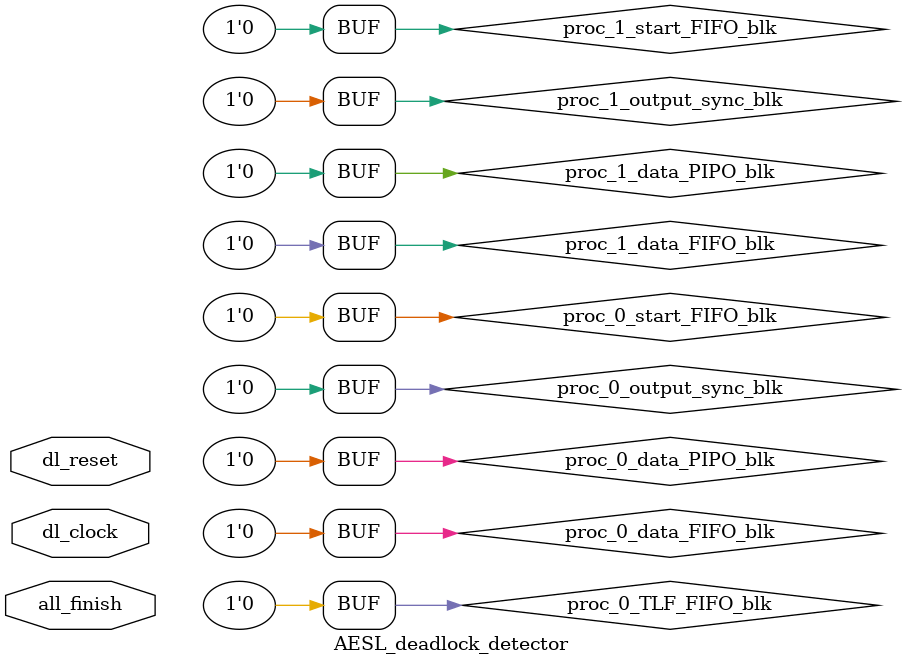
<source format=v>
`timescale 1 ns / 1 ps

module AESL_deadlock_detector (
    input dl_reset,
    input all_finish,
    input dl_clock);

    wire [0:0] proc_0_data_FIFO_blk;
    wire [0:0] proc_0_data_PIPO_blk;
    wire [0:0] proc_0_start_FIFO_blk;
    wire [0:0] proc_0_TLF_FIFO_blk;
    wire [0:0] proc_0_input_sync_blk;
    wire [0:0] proc_0_output_sync_blk;
    wire [0:0] proc_dep_vld_vec_0;
    reg [0:0] proc_dep_vld_vec_0_reg;
    wire [0:0] in_chan_dep_vld_vec_0;
    wire [1:0] in_chan_dep_data_vec_0;
    wire [0:0] token_in_vec_0;
    wire [0:0] out_chan_dep_vld_vec_0;
    wire [1:0] out_chan_dep_data_0;
    wire [0:0] token_out_vec_0;
    wire dl_detect_out_0;
    wire dep_chan_vld_1_0;
    wire [1:0] dep_chan_data_1_0;
    wire token_1_0;
    wire [0:0] proc_1_data_FIFO_blk;
    wire [0:0] proc_1_data_PIPO_blk;
    wire [0:0] proc_1_start_FIFO_blk;
    wire [0:0] proc_1_TLF_FIFO_blk;
    wire [0:0] proc_1_input_sync_blk;
    wire [0:0] proc_1_output_sync_blk;
    wire [0:0] proc_dep_vld_vec_1;
    reg [0:0] proc_dep_vld_vec_1_reg;
    wire [0:0] in_chan_dep_vld_vec_1;
    wire [1:0] in_chan_dep_data_vec_1;
    wire [0:0] token_in_vec_1;
    wire [0:0] out_chan_dep_vld_vec_1;
    wire [1:0] out_chan_dep_data_1;
    wire [0:0] token_out_vec_1;
    wire dl_detect_out_1;
    wire dep_chan_vld_0_1;
    wire [1:0] dep_chan_data_0_1;
    wire token_0_1;
    wire [1:0] dl_in_vec;
    wire dl_detect_out;
    wire token_clear;
    wire [1:0] origin;

    reg ap_done_reg_0;// for module AESL_inst_dft.Loop_VITIS_LOOP_21_2_proc_U0
    always @ (negedge dl_reset or posedge dl_clock) begin
        if (~dl_reset) begin
            ap_done_reg_0 <= 'b0;
        end
        else begin
            ap_done_reg_0 <= AESL_inst_dft.Loop_VITIS_LOOP_21_2_proc_U0.ap_done & ~AESL_inst_dft.Loop_VITIS_LOOP_21_2_proc_U0.ap_continue;
        end
    end

    // Process: AESL_inst_dft.Loop_VITIS_LOOP_16_1_proc_U0
    AESL_deadlock_detect_unit #(2, 0, 1, 1) AESL_deadlock_detect_unit_0 (
        .reset(dl_reset),
        .clock(dl_clock),
        .proc_dep_vld_vec(proc_dep_vld_vec_0),
        .in_chan_dep_vld_vec(in_chan_dep_vld_vec_0),
        .in_chan_dep_data_vec(in_chan_dep_data_vec_0),
        .token_in_vec(token_in_vec_0),
        .dl_detect_in(dl_detect_out),
        .origin(origin[0]),
        .token_clear(token_clear),
        .out_chan_dep_vld_vec(out_chan_dep_vld_vec_0),
        .out_chan_dep_data(out_chan_dep_data_0),
        .token_out_vec(token_out_vec_0),
        .dl_detect_out(dl_in_vec[0]));

    assign proc_0_data_FIFO_blk[0] = 1'b0;
    assign proc_0_data_PIPO_blk[0] = 1'b0;
    assign proc_0_start_FIFO_blk[0] = 1'b0;
    assign proc_0_TLF_FIFO_blk[0] = 1'b0;
    assign proc_0_input_sync_blk[0] = 1'b0 | (AESL_inst_dft.ap_sync_Loop_VITIS_LOOP_16_1_proc_U0_ap_ready & AESL_inst_dft.Loop_VITIS_LOOP_16_1_proc_U0.ap_idle & ~AESL_inst_dft.ap_sync_Loop_VITIS_LOOP_21_2_proc_U0_ap_ready);
    assign proc_0_output_sync_blk[0] = 1'b0;
    assign proc_dep_vld_vec_0[0] = dl_detect_out ? proc_dep_vld_vec_0_reg[0] : (proc_0_data_FIFO_blk[0] | proc_0_data_PIPO_blk[0] | proc_0_start_FIFO_blk[0] | proc_0_TLF_FIFO_blk[0] | proc_0_input_sync_blk[0] | proc_0_output_sync_blk[0]);
    always @ (negedge dl_reset or posedge dl_clock) begin
        if (~dl_reset) begin
            proc_dep_vld_vec_0_reg <= 'b0;
        end
        else begin
            proc_dep_vld_vec_0_reg <= proc_dep_vld_vec_0;
        end
    end
    assign in_chan_dep_vld_vec_0[0] = dep_chan_vld_1_0;
    assign in_chan_dep_data_vec_0[1 : 0] = dep_chan_data_1_0;
    assign token_in_vec_0[0] = token_1_0;
    assign dep_chan_vld_0_1 = out_chan_dep_vld_vec_0[0];
    assign dep_chan_data_0_1 = out_chan_dep_data_0;
    assign token_0_1 = token_out_vec_0[0];

    // Process: AESL_inst_dft.Loop_VITIS_LOOP_21_2_proc_U0
    AESL_deadlock_detect_unit #(2, 1, 1, 1) AESL_deadlock_detect_unit_1 (
        .reset(dl_reset),
        .clock(dl_clock),
        .proc_dep_vld_vec(proc_dep_vld_vec_1),
        .in_chan_dep_vld_vec(in_chan_dep_vld_vec_1),
        .in_chan_dep_data_vec(in_chan_dep_data_vec_1),
        .token_in_vec(token_in_vec_1),
        .dl_detect_in(dl_detect_out),
        .origin(origin[1]),
        .token_clear(token_clear),
        .out_chan_dep_vld_vec(out_chan_dep_vld_vec_1),
        .out_chan_dep_data(out_chan_dep_data_1),
        .token_out_vec(token_out_vec_1),
        .dl_detect_out(dl_in_vec[1]));

    assign proc_1_data_FIFO_blk[0] = 1'b0;
    assign proc_1_data_PIPO_blk[0] = 1'b0;
    assign proc_1_start_FIFO_blk[0] = 1'b0;
    assign proc_1_TLF_FIFO_blk[0] = 1'b0 | (~AESL_inst_dft.temp_loc_channel_U.if_empty_n & AESL_inst_dft.Loop_VITIS_LOOP_21_2_proc_U0.ap_idle & ~AESL_inst_dft.temp_loc_channel_U.if_write) | (~AESL_inst_dft.temp_1_loc_channel_U.if_empty_n & AESL_inst_dft.Loop_VITIS_LOOP_21_2_proc_U0.ap_idle & ~AESL_inst_dft.temp_1_loc_channel_U.if_write) | (~AESL_inst_dft.temp_2_loc_channel_U.if_empty_n & AESL_inst_dft.Loop_VITIS_LOOP_21_2_proc_U0.ap_idle & ~AESL_inst_dft.temp_2_loc_channel_U.if_write) | (~AESL_inst_dft.temp_3_loc_channel_U.if_empty_n & AESL_inst_dft.Loop_VITIS_LOOP_21_2_proc_U0.ap_idle & ~AESL_inst_dft.temp_3_loc_channel_U.if_write) | (~AESL_inst_dft.temp_4_loc_channel_U.if_empty_n & AESL_inst_dft.Loop_VITIS_LOOP_21_2_proc_U0.ap_idle & ~AESL_inst_dft.temp_4_loc_channel_U.if_write) | (~AESL_inst_dft.temp_5_loc_channel_U.if_empty_n & AESL_inst_dft.Loop_VITIS_LOOP_21_2_proc_U0.ap_idle & ~AESL_inst_dft.temp_5_loc_channel_U.if_write) | (~AESL_inst_dft.temp_6_loc_channel_U.if_empty_n & AESL_inst_dft.Loop_VITIS_LOOP_21_2_proc_U0.ap_idle & ~AESL_inst_dft.temp_6_loc_channel_U.if_write) | (~AESL_inst_dft.temp_7_loc_channel_U.if_empty_n & AESL_inst_dft.Loop_VITIS_LOOP_21_2_proc_U0.ap_idle & ~AESL_inst_dft.temp_7_loc_channel_U.if_write) | (~AESL_inst_dft.temp_8_loc_channel_U.if_empty_n & AESL_inst_dft.Loop_VITIS_LOOP_21_2_proc_U0.ap_idle & ~AESL_inst_dft.temp_8_loc_channel_U.if_write) | (~AESL_inst_dft.temp_9_loc_channel_U.if_empty_n & AESL_inst_dft.Loop_VITIS_LOOP_21_2_proc_U0.ap_idle & ~AESL_inst_dft.temp_9_loc_channel_U.if_write) | (~AESL_inst_dft.temp_10_loc_channel_U.if_empty_n & AESL_inst_dft.Loop_VITIS_LOOP_21_2_proc_U0.ap_idle & ~AESL_inst_dft.temp_10_loc_channel_U.if_write) | (~AESL_inst_dft.temp_11_loc_channel_U.if_empty_n & AESL_inst_dft.Loop_VITIS_LOOP_21_2_proc_U0.ap_idle & ~AESL_inst_dft.temp_11_loc_channel_U.if_write) | (~AESL_inst_dft.temp_12_loc_channel_U.if_empty_n & AESL_inst_dft.Loop_VITIS_LOOP_21_2_proc_U0.ap_idle & ~AESL_inst_dft.temp_12_loc_channel_U.if_write) | (~AESL_inst_dft.temp_13_loc_channel_U.if_empty_n & AESL_inst_dft.Loop_VITIS_LOOP_21_2_proc_U0.ap_idle & ~AESL_inst_dft.temp_13_loc_channel_U.if_write) | (~AESL_inst_dft.temp_14_loc_channel_U.if_empty_n & AESL_inst_dft.Loop_VITIS_LOOP_21_2_proc_U0.ap_idle & ~AESL_inst_dft.temp_14_loc_channel_U.if_write) | (~AESL_inst_dft.temp_15_loc_channel_U.if_empty_n & AESL_inst_dft.Loop_VITIS_LOOP_21_2_proc_U0.ap_idle & ~AESL_inst_dft.temp_15_loc_channel_U.if_write) | (~AESL_inst_dft.temp_16_loc_channel_U.if_empty_n & AESL_inst_dft.Loop_VITIS_LOOP_21_2_proc_U0.ap_idle & ~AESL_inst_dft.temp_16_loc_channel_U.if_write) | (~AESL_inst_dft.temp_17_loc_channel_U.if_empty_n & AESL_inst_dft.Loop_VITIS_LOOP_21_2_proc_U0.ap_idle & ~AESL_inst_dft.temp_17_loc_channel_U.if_write) | (~AESL_inst_dft.temp_18_loc_channel_U.if_empty_n & AESL_inst_dft.Loop_VITIS_LOOP_21_2_proc_U0.ap_idle & ~AESL_inst_dft.temp_18_loc_channel_U.if_write) | (~AESL_inst_dft.temp_19_loc_channel_U.if_empty_n & AESL_inst_dft.Loop_VITIS_LOOP_21_2_proc_U0.ap_idle & ~AESL_inst_dft.temp_19_loc_channel_U.if_write) | (~AESL_inst_dft.temp_20_loc_channel_U.if_empty_n & AESL_inst_dft.Loop_VITIS_LOOP_21_2_proc_U0.ap_idle & ~AESL_inst_dft.temp_20_loc_channel_U.if_write) | (~AESL_inst_dft.temp_21_loc_channel_U.if_empty_n & AESL_inst_dft.Loop_VITIS_LOOP_21_2_proc_U0.ap_idle & ~AESL_inst_dft.temp_21_loc_channel_U.if_write) | (~AESL_inst_dft.temp_22_loc_channel_U.if_empty_n & AESL_inst_dft.Loop_VITIS_LOOP_21_2_proc_U0.ap_idle & ~AESL_inst_dft.temp_22_loc_channel_U.if_write) | (~AESL_inst_dft.temp_23_loc_channel_U.if_empty_n & AESL_inst_dft.Loop_VITIS_LOOP_21_2_proc_U0.ap_idle & ~AESL_inst_dft.temp_23_loc_channel_U.if_write) | (~AESL_inst_dft.temp_24_loc_channel_U.if_empty_n & AESL_inst_dft.Loop_VITIS_LOOP_21_2_proc_U0.ap_idle & ~AESL_inst_dft.temp_24_loc_channel_U.if_write) | (~AESL_inst_dft.temp_25_loc_channel_U.if_empty_n & AESL_inst_dft.Loop_VITIS_LOOP_21_2_proc_U0.ap_idle & ~AESL_inst_dft.temp_25_loc_channel_U.if_write) | (~AESL_inst_dft.temp_26_loc_channel_U.if_empty_n & AESL_inst_dft.Loop_VITIS_LOOP_21_2_proc_U0.ap_idle & ~AESL_inst_dft.temp_26_loc_channel_U.if_write) | (~AESL_inst_dft.temp_27_loc_channel_U.if_empty_n & AESL_inst_dft.Loop_VITIS_LOOP_21_2_proc_U0.ap_idle & ~AESL_inst_dft.temp_27_loc_channel_U.if_write) | (~AESL_inst_dft.temp_28_loc_channel_U.if_empty_n & AESL_inst_dft.Loop_VITIS_LOOP_21_2_proc_U0.ap_idle & ~AESL_inst_dft.temp_28_loc_channel_U.if_write) | (~AESL_inst_dft.temp_29_loc_channel_U.if_empty_n & AESL_inst_dft.Loop_VITIS_LOOP_21_2_proc_U0.ap_idle & ~AESL_inst_dft.temp_29_loc_channel_U.if_write) | (~AESL_inst_dft.temp_30_loc_channel_U.if_empty_n & AESL_inst_dft.Loop_VITIS_LOOP_21_2_proc_U0.ap_idle & ~AESL_inst_dft.temp_30_loc_channel_U.if_write) | (~AESL_inst_dft.temp_31_loc_channel_U.if_empty_n & AESL_inst_dft.Loop_VITIS_LOOP_21_2_proc_U0.ap_idle & ~AESL_inst_dft.temp_31_loc_channel_U.if_write) | (~AESL_inst_dft.temp_32_loc_channel_U.if_empty_n & AESL_inst_dft.Loop_VITIS_LOOP_21_2_proc_U0.ap_idle & ~AESL_inst_dft.temp_32_loc_channel_U.if_write) | (~AESL_inst_dft.temp_33_loc_channel_U.if_empty_n & AESL_inst_dft.Loop_VITIS_LOOP_21_2_proc_U0.ap_idle & ~AESL_inst_dft.temp_33_loc_channel_U.if_write) | (~AESL_inst_dft.temp_34_loc_channel_U.if_empty_n & AESL_inst_dft.Loop_VITIS_LOOP_21_2_proc_U0.ap_idle & ~AESL_inst_dft.temp_34_loc_channel_U.if_write) | (~AESL_inst_dft.temp_35_loc_channel_U.if_empty_n & AESL_inst_dft.Loop_VITIS_LOOP_21_2_proc_U0.ap_idle & ~AESL_inst_dft.temp_35_loc_channel_U.if_write) | (~AESL_inst_dft.temp_36_loc_channel_U.if_empty_n & AESL_inst_dft.Loop_VITIS_LOOP_21_2_proc_U0.ap_idle & ~AESL_inst_dft.temp_36_loc_channel_U.if_write) | (~AESL_inst_dft.temp_37_loc_channel_U.if_empty_n & AESL_inst_dft.Loop_VITIS_LOOP_21_2_proc_U0.ap_idle & ~AESL_inst_dft.temp_37_loc_channel_U.if_write) | (~AESL_inst_dft.temp_38_loc_channel_U.if_empty_n & AESL_inst_dft.Loop_VITIS_LOOP_21_2_proc_U0.ap_idle & ~AESL_inst_dft.temp_38_loc_channel_U.if_write) | (~AESL_inst_dft.temp_39_loc_channel_U.if_empty_n & AESL_inst_dft.Loop_VITIS_LOOP_21_2_proc_U0.ap_idle & ~AESL_inst_dft.temp_39_loc_channel_U.if_write) | (~AESL_inst_dft.temp_40_loc_channel_U.if_empty_n & AESL_inst_dft.Loop_VITIS_LOOP_21_2_proc_U0.ap_idle & ~AESL_inst_dft.temp_40_loc_channel_U.if_write) | (~AESL_inst_dft.temp_41_loc_channel_U.if_empty_n & AESL_inst_dft.Loop_VITIS_LOOP_21_2_proc_U0.ap_idle & ~AESL_inst_dft.temp_41_loc_channel_U.if_write) | (~AESL_inst_dft.temp_42_loc_channel_U.if_empty_n & AESL_inst_dft.Loop_VITIS_LOOP_21_2_proc_U0.ap_idle & ~AESL_inst_dft.temp_42_loc_channel_U.if_write) | (~AESL_inst_dft.temp_43_loc_channel_U.if_empty_n & AESL_inst_dft.Loop_VITIS_LOOP_21_2_proc_U0.ap_idle & ~AESL_inst_dft.temp_43_loc_channel_U.if_write) | (~AESL_inst_dft.temp_44_loc_channel_U.if_empty_n & AESL_inst_dft.Loop_VITIS_LOOP_21_2_proc_U0.ap_idle & ~AESL_inst_dft.temp_44_loc_channel_U.if_write) | (~AESL_inst_dft.temp_45_loc_channel_U.if_empty_n & AESL_inst_dft.Loop_VITIS_LOOP_21_2_proc_U0.ap_idle & ~AESL_inst_dft.temp_45_loc_channel_U.if_write) | (~AESL_inst_dft.temp_46_loc_channel_U.if_empty_n & AESL_inst_dft.Loop_VITIS_LOOP_21_2_proc_U0.ap_idle & ~AESL_inst_dft.temp_46_loc_channel_U.if_write) | (~AESL_inst_dft.temp_47_loc_channel_U.if_empty_n & AESL_inst_dft.Loop_VITIS_LOOP_21_2_proc_U0.ap_idle & ~AESL_inst_dft.temp_47_loc_channel_U.if_write) | (~AESL_inst_dft.temp_48_loc_channel_U.if_empty_n & AESL_inst_dft.Loop_VITIS_LOOP_21_2_proc_U0.ap_idle & ~AESL_inst_dft.temp_48_loc_channel_U.if_write) | (~AESL_inst_dft.temp_49_loc_channel_U.if_empty_n & AESL_inst_dft.Loop_VITIS_LOOP_21_2_proc_U0.ap_idle & ~AESL_inst_dft.temp_49_loc_channel_U.if_write) | (~AESL_inst_dft.temp_50_loc_channel_U.if_empty_n & AESL_inst_dft.Loop_VITIS_LOOP_21_2_proc_U0.ap_idle & ~AESL_inst_dft.temp_50_loc_channel_U.if_write) | (~AESL_inst_dft.temp_51_loc_channel_U.if_empty_n & AESL_inst_dft.Loop_VITIS_LOOP_21_2_proc_U0.ap_idle & ~AESL_inst_dft.temp_51_loc_channel_U.if_write) | (~AESL_inst_dft.temp_52_loc_channel_U.if_empty_n & AESL_inst_dft.Loop_VITIS_LOOP_21_2_proc_U0.ap_idle & ~AESL_inst_dft.temp_52_loc_channel_U.if_write) | (~AESL_inst_dft.temp_53_loc_channel_U.if_empty_n & AESL_inst_dft.Loop_VITIS_LOOP_21_2_proc_U0.ap_idle & ~AESL_inst_dft.temp_53_loc_channel_U.if_write) | (~AESL_inst_dft.temp_54_loc_channel_U.if_empty_n & AESL_inst_dft.Loop_VITIS_LOOP_21_2_proc_U0.ap_idle & ~AESL_inst_dft.temp_54_loc_channel_U.if_write) | (~AESL_inst_dft.temp_55_loc_channel_U.if_empty_n & AESL_inst_dft.Loop_VITIS_LOOP_21_2_proc_U0.ap_idle & ~AESL_inst_dft.temp_55_loc_channel_U.if_write) | (~AESL_inst_dft.temp_56_loc_channel_U.if_empty_n & AESL_inst_dft.Loop_VITIS_LOOP_21_2_proc_U0.ap_idle & ~AESL_inst_dft.temp_56_loc_channel_U.if_write) | (~AESL_inst_dft.temp_57_loc_channel_U.if_empty_n & AESL_inst_dft.Loop_VITIS_LOOP_21_2_proc_U0.ap_idle & ~AESL_inst_dft.temp_57_loc_channel_U.if_write) | (~AESL_inst_dft.temp_58_loc_channel_U.if_empty_n & AESL_inst_dft.Loop_VITIS_LOOP_21_2_proc_U0.ap_idle & ~AESL_inst_dft.temp_58_loc_channel_U.if_write) | (~AESL_inst_dft.temp_59_loc_channel_U.if_empty_n & AESL_inst_dft.Loop_VITIS_LOOP_21_2_proc_U0.ap_idle & ~AESL_inst_dft.temp_59_loc_channel_U.if_write) | (~AESL_inst_dft.temp_60_loc_channel_U.if_empty_n & AESL_inst_dft.Loop_VITIS_LOOP_21_2_proc_U0.ap_idle & ~AESL_inst_dft.temp_60_loc_channel_U.if_write) | (~AESL_inst_dft.temp_61_loc_channel_U.if_empty_n & AESL_inst_dft.Loop_VITIS_LOOP_21_2_proc_U0.ap_idle & ~AESL_inst_dft.temp_61_loc_channel_U.if_write) | (~AESL_inst_dft.temp_62_loc_channel_U.if_empty_n & AESL_inst_dft.Loop_VITIS_LOOP_21_2_proc_U0.ap_idle & ~AESL_inst_dft.temp_62_loc_channel_U.if_write) | (~AESL_inst_dft.temp_63_loc_channel_U.if_empty_n & AESL_inst_dft.Loop_VITIS_LOOP_21_2_proc_U0.ap_idle & ~AESL_inst_dft.temp_63_loc_channel_U.if_write) | (~AESL_inst_dft.temp_64_loc_channel_U.if_empty_n & AESL_inst_dft.Loop_VITIS_LOOP_21_2_proc_U0.ap_idle & ~AESL_inst_dft.temp_64_loc_channel_U.if_write) | (~AESL_inst_dft.temp_65_loc_channel_U.if_empty_n & AESL_inst_dft.Loop_VITIS_LOOP_21_2_proc_U0.ap_idle & ~AESL_inst_dft.temp_65_loc_channel_U.if_write) | (~AESL_inst_dft.temp_66_loc_channel_U.if_empty_n & AESL_inst_dft.Loop_VITIS_LOOP_21_2_proc_U0.ap_idle & ~AESL_inst_dft.temp_66_loc_channel_U.if_write) | (~AESL_inst_dft.temp_67_loc_channel_U.if_empty_n & AESL_inst_dft.Loop_VITIS_LOOP_21_2_proc_U0.ap_idle & ~AESL_inst_dft.temp_67_loc_channel_U.if_write) | (~AESL_inst_dft.temp_68_loc_channel_U.if_empty_n & AESL_inst_dft.Loop_VITIS_LOOP_21_2_proc_U0.ap_idle & ~AESL_inst_dft.temp_68_loc_channel_U.if_write) | (~AESL_inst_dft.temp_69_loc_channel_U.if_empty_n & AESL_inst_dft.Loop_VITIS_LOOP_21_2_proc_U0.ap_idle & ~AESL_inst_dft.temp_69_loc_channel_U.if_write) | (~AESL_inst_dft.temp_70_loc_channel_U.if_empty_n & AESL_inst_dft.Loop_VITIS_LOOP_21_2_proc_U0.ap_idle & ~AESL_inst_dft.temp_70_loc_channel_U.if_write) | (~AESL_inst_dft.temp_71_loc_channel_U.if_empty_n & AESL_inst_dft.Loop_VITIS_LOOP_21_2_proc_U0.ap_idle & ~AESL_inst_dft.temp_71_loc_channel_U.if_write) | (~AESL_inst_dft.temp_72_loc_channel_U.if_empty_n & AESL_inst_dft.Loop_VITIS_LOOP_21_2_proc_U0.ap_idle & ~AESL_inst_dft.temp_72_loc_channel_U.if_write) | (~AESL_inst_dft.temp_73_loc_channel_U.if_empty_n & AESL_inst_dft.Loop_VITIS_LOOP_21_2_proc_U0.ap_idle & ~AESL_inst_dft.temp_73_loc_channel_U.if_write) | (~AESL_inst_dft.temp_74_loc_channel_U.if_empty_n & AESL_inst_dft.Loop_VITIS_LOOP_21_2_proc_U0.ap_idle & ~AESL_inst_dft.temp_74_loc_channel_U.if_write) | (~AESL_inst_dft.temp_75_loc_channel_U.if_empty_n & AESL_inst_dft.Loop_VITIS_LOOP_21_2_proc_U0.ap_idle & ~AESL_inst_dft.temp_75_loc_channel_U.if_write) | (~AESL_inst_dft.temp_76_loc_channel_U.if_empty_n & AESL_inst_dft.Loop_VITIS_LOOP_21_2_proc_U0.ap_idle & ~AESL_inst_dft.temp_76_loc_channel_U.if_write) | (~AESL_inst_dft.temp_77_loc_channel_U.if_empty_n & AESL_inst_dft.Loop_VITIS_LOOP_21_2_proc_U0.ap_idle & ~AESL_inst_dft.temp_77_loc_channel_U.if_write) | (~AESL_inst_dft.temp_78_loc_channel_U.if_empty_n & AESL_inst_dft.Loop_VITIS_LOOP_21_2_proc_U0.ap_idle & ~AESL_inst_dft.temp_78_loc_channel_U.if_write) | (~AESL_inst_dft.temp_79_loc_channel_U.if_empty_n & AESL_inst_dft.Loop_VITIS_LOOP_21_2_proc_U0.ap_idle & ~AESL_inst_dft.temp_79_loc_channel_U.if_write) | (~AESL_inst_dft.temp_80_loc_channel_U.if_empty_n & AESL_inst_dft.Loop_VITIS_LOOP_21_2_proc_U0.ap_idle & ~AESL_inst_dft.temp_80_loc_channel_U.if_write) | (~AESL_inst_dft.temp_81_loc_channel_U.if_empty_n & AESL_inst_dft.Loop_VITIS_LOOP_21_2_proc_U0.ap_idle & ~AESL_inst_dft.temp_81_loc_channel_U.if_write) | (~AESL_inst_dft.temp_82_loc_channel_U.if_empty_n & AESL_inst_dft.Loop_VITIS_LOOP_21_2_proc_U0.ap_idle & ~AESL_inst_dft.temp_82_loc_channel_U.if_write) | (~AESL_inst_dft.temp_83_loc_channel_U.if_empty_n & AESL_inst_dft.Loop_VITIS_LOOP_21_2_proc_U0.ap_idle & ~AESL_inst_dft.temp_83_loc_channel_U.if_write) | (~AESL_inst_dft.temp_84_loc_channel_U.if_empty_n & AESL_inst_dft.Loop_VITIS_LOOP_21_2_proc_U0.ap_idle & ~AESL_inst_dft.temp_84_loc_channel_U.if_write) | (~AESL_inst_dft.temp_85_loc_channel_U.if_empty_n & AESL_inst_dft.Loop_VITIS_LOOP_21_2_proc_U0.ap_idle & ~AESL_inst_dft.temp_85_loc_channel_U.if_write) | (~AESL_inst_dft.temp_86_loc_channel_U.if_empty_n & AESL_inst_dft.Loop_VITIS_LOOP_21_2_proc_U0.ap_idle & ~AESL_inst_dft.temp_86_loc_channel_U.if_write) | (~AESL_inst_dft.temp_87_loc_channel_U.if_empty_n & AESL_inst_dft.Loop_VITIS_LOOP_21_2_proc_U0.ap_idle & ~AESL_inst_dft.temp_87_loc_channel_U.if_write) | (~AESL_inst_dft.temp_88_loc_channel_U.if_empty_n & AESL_inst_dft.Loop_VITIS_LOOP_21_2_proc_U0.ap_idle & ~AESL_inst_dft.temp_88_loc_channel_U.if_write) | (~AESL_inst_dft.temp_89_loc_channel_U.if_empty_n & AESL_inst_dft.Loop_VITIS_LOOP_21_2_proc_U0.ap_idle & ~AESL_inst_dft.temp_89_loc_channel_U.if_write) | (~AESL_inst_dft.temp_90_loc_channel_U.if_empty_n & AESL_inst_dft.Loop_VITIS_LOOP_21_2_proc_U0.ap_idle & ~AESL_inst_dft.temp_90_loc_channel_U.if_write) | (~AESL_inst_dft.temp_91_loc_channel_U.if_empty_n & AESL_inst_dft.Loop_VITIS_LOOP_21_2_proc_U0.ap_idle & ~AESL_inst_dft.temp_91_loc_channel_U.if_write) | (~AESL_inst_dft.temp_92_loc_channel_U.if_empty_n & AESL_inst_dft.Loop_VITIS_LOOP_21_2_proc_U0.ap_idle & ~AESL_inst_dft.temp_92_loc_channel_U.if_write) | (~AESL_inst_dft.temp_93_loc_channel_U.if_empty_n & AESL_inst_dft.Loop_VITIS_LOOP_21_2_proc_U0.ap_idle & ~AESL_inst_dft.temp_93_loc_channel_U.if_write) | (~AESL_inst_dft.temp_94_loc_channel_U.if_empty_n & AESL_inst_dft.Loop_VITIS_LOOP_21_2_proc_U0.ap_idle & ~AESL_inst_dft.temp_94_loc_channel_U.if_write) | (~AESL_inst_dft.temp_95_loc_channel_U.if_empty_n & AESL_inst_dft.Loop_VITIS_LOOP_21_2_proc_U0.ap_idle & ~AESL_inst_dft.temp_95_loc_channel_U.if_write) | (~AESL_inst_dft.temp_96_loc_channel_U.if_empty_n & AESL_inst_dft.Loop_VITIS_LOOP_21_2_proc_U0.ap_idle & ~AESL_inst_dft.temp_96_loc_channel_U.if_write) | (~AESL_inst_dft.temp_97_loc_channel_U.if_empty_n & AESL_inst_dft.Loop_VITIS_LOOP_21_2_proc_U0.ap_idle & ~AESL_inst_dft.temp_97_loc_channel_U.if_write) | (~AESL_inst_dft.temp_98_loc_channel_U.if_empty_n & AESL_inst_dft.Loop_VITIS_LOOP_21_2_proc_U0.ap_idle & ~AESL_inst_dft.temp_98_loc_channel_U.if_write) | (~AESL_inst_dft.temp_99_loc_channel_U.if_empty_n & AESL_inst_dft.Loop_VITIS_LOOP_21_2_proc_U0.ap_idle & ~AESL_inst_dft.temp_99_loc_channel_U.if_write) | (~AESL_inst_dft.temp_100_loc_channel_U.if_empty_n & AESL_inst_dft.Loop_VITIS_LOOP_21_2_proc_U0.ap_idle & ~AESL_inst_dft.temp_100_loc_channel_U.if_write) | (~AESL_inst_dft.temp_101_loc_channel_U.if_empty_n & AESL_inst_dft.Loop_VITIS_LOOP_21_2_proc_U0.ap_idle & ~AESL_inst_dft.temp_101_loc_channel_U.if_write) | (~AESL_inst_dft.temp_102_loc_channel_U.if_empty_n & AESL_inst_dft.Loop_VITIS_LOOP_21_2_proc_U0.ap_idle & ~AESL_inst_dft.temp_102_loc_channel_U.if_write) | (~AESL_inst_dft.temp_103_loc_channel_U.if_empty_n & AESL_inst_dft.Loop_VITIS_LOOP_21_2_proc_U0.ap_idle & ~AESL_inst_dft.temp_103_loc_channel_U.if_write) | (~AESL_inst_dft.temp_104_loc_channel_U.if_empty_n & AESL_inst_dft.Loop_VITIS_LOOP_21_2_proc_U0.ap_idle & ~AESL_inst_dft.temp_104_loc_channel_U.if_write) | (~AESL_inst_dft.temp_105_loc_channel_U.if_empty_n & AESL_inst_dft.Loop_VITIS_LOOP_21_2_proc_U0.ap_idle & ~AESL_inst_dft.temp_105_loc_channel_U.if_write) | (~AESL_inst_dft.temp_106_loc_channel_U.if_empty_n & AESL_inst_dft.Loop_VITIS_LOOP_21_2_proc_U0.ap_idle & ~AESL_inst_dft.temp_106_loc_channel_U.if_write) | (~AESL_inst_dft.temp_107_loc_channel_U.if_empty_n & AESL_inst_dft.Loop_VITIS_LOOP_21_2_proc_U0.ap_idle & ~AESL_inst_dft.temp_107_loc_channel_U.if_write) | (~AESL_inst_dft.temp_108_loc_channel_U.if_empty_n & AESL_inst_dft.Loop_VITIS_LOOP_21_2_proc_U0.ap_idle & ~AESL_inst_dft.temp_108_loc_channel_U.if_write) | (~AESL_inst_dft.temp_109_loc_channel_U.if_empty_n & AESL_inst_dft.Loop_VITIS_LOOP_21_2_proc_U0.ap_idle & ~AESL_inst_dft.temp_109_loc_channel_U.if_write) | (~AESL_inst_dft.temp_110_loc_channel_U.if_empty_n & AESL_inst_dft.Loop_VITIS_LOOP_21_2_proc_U0.ap_idle & ~AESL_inst_dft.temp_110_loc_channel_U.if_write) | (~AESL_inst_dft.temp_111_loc_channel_U.if_empty_n & AESL_inst_dft.Loop_VITIS_LOOP_21_2_proc_U0.ap_idle & ~AESL_inst_dft.temp_111_loc_channel_U.if_write) | (~AESL_inst_dft.temp_112_loc_channel_U.if_empty_n & AESL_inst_dft.Loop_VITIS_LOOP_21_2_proc_U0.ap_idle & ~AESL_inst_dft.temp_112_loc_channel_U.if_write) | (~AESL_inst_dft.temp_113_loc_channel_U.if_empty_n & AESL_inst_dft.Loop_VITIS_LOOP_21_2_proc_U0.ap_idle & ~AESL_inst_dft.temp_113_loc_channel_U.if_write) | (~AESL_inst_dft.temp_114_loc_channel_U.if_empty_n & AESL_inst_dft.Loop_VITIS_LOOP_21_2_proc_U0.ap_idle & ~AESL_inst_dft.temp_114_loc_channel_U.if_write) | (~AESL_inst_dft.temp_115_loc_channel_U.if_empty_n & AESL_inst_dft.Loop_VITIS_LOOP_21_2_proc_U0.ap_idle & ~AESL_inst_dft.temp_115_loc_channel_U.if_write) | (~AESL_inst_dft.temp_116_loc_channel_U.if_empty_n & AESL_inst_dft.Loop_VITIS_LOOP_21_2_proc_U0.ap_idle & ~AESL_inst_dft.temp_116_loc_channel_U.if_write) | (~AESL_inst_dft.temp_117_loc_channel_U.if_empty_n & AESL_inst_dft.Loop_VITIS_LOOP_21_2_proc_U0.ap_idle & ~AESL_inst_dft.temp_117_loc_channel_U.if_write) | (~AESL_inst_dft.temp_118_loc_channel_U.if_empty_n & AESL_inst_dft.Loop_VITIS_LOOP_21_2_proc_U0.ap_idle & ~AESL_inst_dft.temp_118_loc_channel_U.if_write) | (~AESL_inst_dft.temp_119_loc_channel_U.if_empty_n & AESL_inst_dft.Loop_VITIS_LOOP_21_2_proc_U0.ap_idle & ~AESL_inst_dft.temp_119_loc_channel_U.if_write) | (~AESL_inst_dft.temp_120_loc_channel_U.if_empty_n & AESL_inst_dft.Loop_VITIS_LOOP_21_2_proc_U0.ap_idle & ~AESL_inst_dft.temp_120_loc_channel_U.if_write) | (~AESL_inst_dft.temp_121_loc_channel_U.if_empty_n & AESL_inst_dft.Loop_VITIS_LOOP_21_2_proc_U0.ap_idle & ~AESL_inst_dft.temp_121_loc_channel_U.if_write) | (~AESL_inst_dft.temp_122_loc_channel_U.if_empty_n & AESL_inst_dft.Loop_VITIS_LOOP_21_2_proc_U0.ap_idle & ~AESL_inst_dft.temp_122_loc_channel_U.if_write) | (~AESL_inst_dft.temp_123_loc_channel_U.if_empty_n & AESL_inst_dft.Loop_VITIS_LOOP_21_2_proc_U0.ap_idle & ~AESL_inst_dft.temp_123_loc_channel_U.if_write) | (~AESL_inst_dft.temp_124_loc_channel_U.if_empty_n & AESL_inst_dft.Loop_VITIS_LOOP_21_2_proc_U0.ap_idle & ~AESL_inst_dft.temp_124_loc_channel_U.if_write) | (~AESL_inst_dft.temp_125_loc_channel_U.if_empty_n & AESL_inst_dft.Loop_VITIS_LOOP_21_2_proc_U0.ap_idle & ~AESL_inst_dft.temp_125_loc_channel_U.if_write) | (~AESL_inst_dft.temp_126_loc_channel_U.if_empty_n & AESL_inst_dft.Loop_VITIS_LOOP_21_2_proc_U0.ap_idle & ~AESL_inst_dft.temp_126_loc_channel_U.if_write) | (~AESL_inst_dft.temp_127_loc_channel_U.if_empty_n & AESL_inst_dft.Loop_VITIS_LOOP_21_2_proc_U0.ap_idle & ~AESL_inst_dft.temp_127_loc_channel_U.if_write) | (~AESL_inst_dft.temp_128_loc_channel_U.if_empty_n & AESL_inst_dft.Loop_VITIS_LOOP_21_2_proc_U0.ap_idle & ~AESL_inst_dft.temp_128_loc_channel_U.if_write) | (~AESL_inst_dft.temp_129_loc_channel_U.if_empty_n & AESL_inst_dft.Loop_VITIS_LOOP_21_2_proc_U0.ap_idle & ~AESL_inst_dft.temp_129_loc_channel_U.if_write) | (~AESL_inst_dft.temp_130_loc_channel_U.if_empty_n & AESL_inst_dft.Loop_VITIS_LOOP_21_2_proc_U0.ap_idle & ~AESL_inst_dft.temp_130_loc_channel_U.if_write) | (~AESL_inst_dft.temp_131_loc_channel_U.if_empty_n & AESL_inst_dft.Loop_VITIS_LOOP_21_2_proc_U0.ap_idle & ~AESL_inst_dft.temp_131_loc_channel_U.if_write) | (~AESL_inst_dft.temp_132_loc_channel_U.if_empty_n & AESL_inst_dft.Loop_VITIS_LOOP_21_2_proc_U0.ap_idle & ~AESL_inst_dft.temp_132_loc_channel_U.if_write) | (~AESL_inst_dft.temp_133_loc_channel_U.if_empty_n & AESL_inst_dft.Loop_VITIS_LOOP_21_2_proc_U0.ap_idle & ~AESL_inst_dft.temp_133_loc_channel_U.if_write) | (~AESL_inst_dft.temp_134_loc_channel_U.if_empty_n & AESL_inst_dft.Loop_VITIS_LOOP_21_2_proc_U0.ap_idle & ~AESL_inst_dft.temp_134_loc_channel_U.if_write) | (~AESL_inst_dft.temp_135_loc_channel_U.if_empty_n & AESL_inst_dft.Loop_VITIS_LOOP_21_2_proc_U0.ap_idle & ~AESL_inst_dft.temp_135_loc_channel_U.if_write) | (~AESL_inst_dft.temp_136_loc_channel_U.if_empty_n & AESL_inst_dft.Loop_VITIS_LOOP_21_2_proc_U0.ap_idle & ~AESL_inst_dft.temp_136_loc_channel_U.if_write) | (~AESL_inst_dft.temp_137_loc_channel_U.if_empty_n & AESL_inst_dft.Loop_VITIS_LOOP_21_2_proc_U0.ap_idle & ~AESL_inst_dft.temp_137_loc_channel_U.if_write) | (~AESL_inst_dft.temp_138_loc_channel_U.if_empty_n & AESL_inst_dft.Loop_VITIS_LOOP_21_2_proc_U0.ap_idle & ~AESL_inst_dft.temp_138_loc_channel_U.if_write) | (~AESL_inst_dft.temp_139_loc_channel_U.if_empty_n & AESL_inst_dft.Loop_VITIS_LOOP_21_2_proc_U0.ap_idle & ~AESL_inst_dft.temp_139_loc_channel_U.if_write) | (~AESL_inst_dft.temp_140_loc_channel_U.if_empty_n & AESL_inst_dft.Loop_VITIS_LOOP_21_2_proc_U0.ap_idle & ~AESL_inst_dft.temp_140_loc_channel_U.if_write) | (~AESL_inst_dft.temp_141_loc_channel_U.if_empty_n & AESL_inst_dft.Loop_VITIS_LOOP_21_2_proc_U0.ap_idle & ~AESL_inst_dft.temp_141_loc_channel_U.if_write) | (~AESL_inst_dft.temp_142_loc_channel_U.if_empty_n & AESL_inst_dft.Loop_VITIS_LOOP_21_2_proc_U0.ap_idle & ~AESL_inst_dft.temp_142_loc_channel_U.if_write) | (~AESL_inst_dft.temp_143_loc_channel_U.if_empty_n & AESL_inst_dft.Loop_VITIS_LOOP_21_2_proc_U0.ap_idle & ~AESL_inst_dft.temp_143_loc_channel_U.if_write) | (~AESL_inst_dft.temp_144_loc_channel_U.if_empty_n & AESL_inst_dft.Loop_VITIS_LOOP_21_2_proc_U0.ap_idle & ~AESL_inst_dft.temp_144_loc_channel_U.if_write) | (~AESL_inst_dft.temp_145_loc_channel_U.if_empty_n & AESL_inst_dft.Loop_VITIS_LOOP_21_2_proc_U0.ap_idle & ~AESL_inst_dft.temp_145_loc_channel_U.if_write) | (~AESL_inst_dft.temp_146_loc_channel_U.if_empty_n & AESL_inst_dft.Loop_VITIS_LOOP_21_2_proc_U0.ap_idle & ~AESL_inst_dft.temp_146_loc_channel_U.if_write) | (~AESL_inst_dft.temp_147_loc_channel_U.if_empty_n & AESL_inst_dft.Loop_VITIS_LOOP_21_2_proc_U0.ap_idle & ~AESL_inst_dft.temp_147_loc_channel_U.if_write) | (~AESL_inst_dft.temp_148_loc_channel_U.if_empty_n & AESL_inst_dft.Loop_VITIS_LOOP_21_2_proc_U0.ap_idle & ~AESL_inst_dft.temp_148_loc_channel_U.if_write) | (~AESL_inst_dft.temp_149_loc_channel_U.if_empty_n & AESL_inst_dft.Loop_VITIS_LOOP_21_2_proc_U0.ap_idle & ~AESL_inst_dft.temp_149_loc_channel_U.if_write) | (~AESL_inst_dft.temp_150_loc_channel_U.if_empty_n & AESL_inst_dft.Loop_VITIS_LOOP_21_2_proc_U0.ap_idle & ~AESL_inst_dft.temp_150_loc_channel_U.if_write) | (~AESL_inst_dft.temp_151_loc_channel_U.if_empty_n & AESL_inst_dft.Loop_VITIS_LOOP_21_2_proc_U0.ap_idle & ~AESL_inst_dft.temp_151_loc_channel_U.if_write) | (~AESL_inst_dft.temp_152_loc_channel_U.if_empty_n & AESL_inst_dft.Loop_VITIS_LOOP_21_2_proc_U0.ap_idle & ~AESL_inst_dft.temp_152_loc_channel_U.if_write) | (~AESL_inst_dft.temp_153_loc_channel_U.if_empty_n & AESL_inst_dft.Loop_VITIS_LOOP_21_2_proc_U0.ap_idle & ~AESL_inst_dft.temp_153_loc_channel_U.if_write) | (~AESL_inst_dft.temp_154_loc_channel_U.if_empty_n & AESL_inst_dft.Loop_VITIS_LOOP_21_2_proc_U0.ap_idle & ~AESL_inst_dft.temp_154_loc_channel_U.if_write) | (~AESL_inst_dft.temp_155_loc_channel_U.if_empty_n & AESL_inst_dft.Loop_VITIS_LOOP_21_2_proc_U0.ap_idle & ~AESL_inst_dft.temp_155_loc_channel_U.if_write) | (~AESL_inst_dft.temp_156_loc_channel_U.if_empty_n & AESL_inst_dft.Loop_VITIS_LOOP_21_2_proc_U0.ap_idle & ~AESL_inst_dft.temp_156_loc_channel_U.if_write) | (~AESL_inst_dft.temp_157_loc_channel_U.if_empty_n & AESL_inst_dft.Loop_VITIS_LOOP_21_2_proc_U0.ap_idle & ~AESL_inst_dft.temp_157_loc_channel_U.if_write) | (~AESL_inst_dft.temp_158_loc_channel_U.if_empty_n & AESL_inst_dft.Loop_VITIS_LOOP_21_2_proc_U0.ap_idle & ~AESL_inst_dft.temp_158_loc_channel_U.if_write) | (~AESL_inst_dft.temp_159_loc_channel_U.if_empty_n & AESL_inst_dft.Loop_VITIS_LOOP_21_2_proc_U0.ap_idle & ~AESL_inst_dft.temp_159_loc_channel_U.if_write) | (~AESL_inst_dft.temp_160_loc_channel_U.if_empty_n & AESL_inst_dft.Loop_VITIS_LOOP_21_2_proc_U0.ap_idle & ~AESL_inst_dft.temp_160_loc_channel_U.if_write) | (~AESL_inst_dft.temp_161_loc_channel_U.if_empty_n & AESL_inst_dft.Loop_VITIS_LOOP_21_2_proc_U0.ap_idle & ~AESL_inst_dft.temp_161_loc_channel_U.if_write) | (~AESL_inst_dft.temp_162_loc_channel_U.if_empty_n & AESL_inst_dft.Loop_VITIS_LOOP_21_2_proc_U0.ap_idle & ~AESL_inst_dft.temp_162_loc_channel_U.if_write) | (~AESL_inst_dft.temp_163_loc_channel_U.if_empty_n & AESL_inst_dft.Loop_VITIS_LOOP_21_2_proc_U0.ap_idle & ~AESL_inst_dft.temp_163_loc_channel_U.if_write) | (~AESL_inst_dft.temp_164_loc_channel_U.if_empty_n & AESL_inst_dft.Loop_VITIS_LOOP_21_2_proc_U0.ap_idle & ~AESL_inst_dft.temp_164_loc_channel_U.if_write) | (~AESL_inst_dft.temp_165_loc_channel_U.if_empty_n & AESL_inst_dft.Loop_VITIS_LOOP_21_2_proc_U0.ap_idle & ~AESL_inst_dft.temp_165_loc_channel_U.if_write) | (~AESL_inst_dft.temp_166_loc_channel_U.if_empty_n & AESL_inst_dft.Loop_VITIS_LOOP_21_2_proc_U0.ap_idle & ~AESL_inst_dft.temp_166_loc_channel_U.if_write) | (~AESL_inst_dft.temp_167_loc_channel_U.if_empty_n & AESL_inst_dft.Loop_VITIS_LOOP_21_2_proc_U0.ap_idle & ~AESL_inst_dft.temp_167_loc_channel_U.if_write) | (~AESL_inst_dft.temp_168_loc_channel_U.if_empty_n & AESL_inst_dft.Loop_VITIS_LOOP_21_2_proc_U0.ap_idle & ~AESL_inst_dft.temp_168_loc_channel_U.if_write) | (~AESL_inst_dft.temp_169_loc_channel_U.if_empty_n & AESL_inst_dft.Loop_VITIS_LOOP_21_2_proc_U0.ap_idle & ~AESL_inst_dft.temp_169_loc_channel_U.if_write) | (~AESL_inst_dft.temp_170_loc_channel_U.if_empty_n & AESL_inst_dft.Loop_VITIS_LOOP_21_2_proc_U0.ap_idle & ~AESL_inst_dft.temp_170_loc_channel_U.if_write) | (~AESL_inst_dft.temp_171_loc_channel_U.if_empty_n & AESL_inst_dft.Loop_VITIS_LOOP_21_2_proc_U0.ap_idle & ~AESL_inst_dft.temp_171_loc_channel_U.if_write) | (~AESL_inst_dft.temp_172_loc_channel_U.if_empty_n & AESL_inst_dft.Loop_VITIS_LOOP_21_2_proc_U0.ap_idle & ~AESL_inst_dft.temp_172_loc_channel_U.if_write) | (~AESL_inst_dft.temp_173_loc_channel_U.if_empty_n & AESL_inst_dft.Loop_VITIS_LOOP_21_2_proc_U0.ap_idle & ~AESL_inst_dft.temp_173_loc_channel_U.if_write) | (~AESL_inst_dft.temp_174_loc_channel_U.if_empty_n & AESL_inst_dft.Loop_VITIS_LOOP_21_2_proc_U0.ap_idle & ~AESL_inst_dft.temp_174_loc_channel_U.if_write) | (~AESL_inst_dft.temp_175_loc_channel_U.if_empty_n & AESL_inst_dft.Loop_VITIS_LOOP_21_2_proc_U0.ap_idle & ~AESL_inst_dft.temp_175_loc_channel_U.if_write) | (~AESL_inst_dft.temp_176_loc_channel_U.if_empty_n & AESL_inst_dft.Loop_VITIS_LOOP_21_2_proc_U0.ap_idle & ~AESL_inst_dft.temp_176_loc_channel_U.if_write) | (~AESL_inst_dft.temp_177_loc_channel_U.if_empty_n & AESL_inst_dft.Loop_VITIS_LOOP_21_2_proc_U0.ap_idle & ~AESL_inst_dft.temp_177_loc_channel_U.if_write) | (~AESL_inst_dft.temp_178_loc_channel_U.if_empty_n & AESL_inst_dft.Loop_VITIS_LOOP_21_2_proc_U0.ap_idle & ~AESL_inst_dft.temp_178_loc_channel_U.if_write) | (~AESL_inst_dft.temp_179_loc_channel_U.if_empty_n & AESL_inst_dft.Loop_VITIS_LOOP_21_2_proc_U0.ap_idle & ~AESL_inst_dft.temp_179_loc_channel_U.if_write) | (~AESL_inst_dft.temp_180_loc_channel_U.if_empty_n & AESL_inst_dft.Loop_VITIS_LOOP_21_2_proc_U0.ap_idle & ~AESL_inst_dft.temp_180_loc_channel_U.if_write) | (~AESL_inst_dft.temp_181_loc_channel_U.if_empty_n & AESL_inst_dft.Loop_VITIS_LOOP_21_2_proc_U0.ap_idle & ~AESL_inst_dft.temp_181_loc_channel_U.if_write) | (~AESL_inst_dft.temp_182_loc_channel_U.if_empty_n & AESL_inst_dft.Loop_VITIS_LOOP_21_2_proc_U0.ap_idle & ~AESL_inst_dft.temp_182_loc_channel_U.if_write) | (~AESL_inst_dft.temp_183_loc_channel_U.if_empty_n & AESL_inst_dft.Loop_VITIS_LOOP_21_2_proc_U0.ap_idle & ~AESL_inst_dft.temp_183_loc_channel_U.if_write) | (~AESL_inst_dft.temp_184_loc_channel_U.if_empty_n & AESL_inst_dft.Loop_VITIS_LOOP_21_2_proc_U0.ap_idle & ~AESL_inst_dft.temp_184_loc_channel_U.if_write) | (~AESL_inst_dft.temp_185_loc_channel_U.if_empty_n & AESL_inst_dft.Loop_VITIS_LOOP_21_2_proc_U0.ap_idle & ~AESL_inst_dft.temp_185_loc_channel_U.if_write) | (~AESL_inst_dft.temp_186_loc_channel_U.if_empty_n & AESL_inst_dft.Loop_VITIS_LOOP_21_2_proc_U0.ap_idle & ~AESL_inst_dft.temp_186_loc_channel_U.if_write) | (~AESL_inst_dft.temp_187_loc_channel_U.if_empty_n & AESL_inst_dft.Loop_VITIS_LOOP_21_2_proc_U0.ap_idle & ~AESL_inst_dft.temp_187_loc_channel_U.if_write) | (~AESL_inst_dft.temp_188_loc_channel_U.if_empty_n & AESL_inst_dft.Loop_VITIS_LOOP_21_2_proc_U0.ap_idle & ~AESL_inst_dft.temp_188_loc_channel_U.if_write) | (~AESL_inst_dft.temp_189_loc_channel_U.if_empty_n & AESL_inst_dft.Loop_VITIS_LOOP_21_2_proc_U0.ap_idle & ~AESL_inst_dft.temp_189_loc_channel_U.if_write) | (~AESL_inst_dft.temp_190_loc_channel_U.if_empty_n & AESL_inst_dft.Loop_VITIS_LOOP_21_2_proc_U0.ap_idle & ~AESL_inst_dft.temp_190_loc_channel_U.if_write) | (~AESL_inst_dft.temp_191_loc_channel_U.if_empty_n & AESL_inst_dft.Loop_VITIS_LOOP_21_2_proc_U0.ap_idle & ~AESL_inst_dft.temp_191_loc_channel_U.if_write) | (~AESL_inst_dft.temp_192_loc_channel_U.if_empty_n & AESL_inst_dft.Loop_VITIS_LOOP_21_2_proc_U0.ap_idle & ~AESL_inst_dft.temp_192_loc_channel_U.if_write) | (~AESL_inst_dft.temp_193_loc_channel_U.if_empty_n & AESL_inst_dft.Loop_VITIS_LOOP_21_2_proc_U0.ap_idle & ~AESL_inst_dft.temp_193_loc_channel_U.if_write) | (~AESL_inst_dft.temp_194_loc_channel_U.if_empty_n & AESL_inst_dft.Loop_VITIS_LOOP_21_2_proc_U0.ap_idle & ~AESL_inst_dft.temp_194_loc_channel_U.if_write) | (~AESL_inst_dft.temp_195_loc_channel_U.if_empty_n & AESL_inst_dft.Loop_VITIS_LOOP_21_2_proc_U0.ap_idle & ~AESL_inst_dft.temp_195_loc_channel_U.if_write) | (~AESL_inst_dft.temp_196_loc_channel_U.if_empty_n & AESL_inst_dft.Loop_VITIS_LOOP_21_2_proc_U0.ap_idle & ~AESL_inst_dft.temp_196_loc_channel_U.if_write) | (~AESL_inst_dft.temp_197_loc_channel_U.if_empty_n & AESL_inst_dft.Loop_VITIS_LOOP_21_2_proc_U0.ap_idle & ~AESL_inst_dft.temp_197_loc_channel_U.if_write) | (~AESL_inst_dft.temp_198_loc_channel_U.if_empty_n & AESL_inst_dft.Loop_VITIS_LOOP_21_2_proc_U0.ap_idle & ~AESL_inst_dft.temp_198_loc_channel_U.if_write) | (~AESL_inst_dft.temp_199_loc_channel_U.if_empty_n & AESL_inst_dft.Loop_VITIS_LOOP_21_2_proc_U0.ap_idle & ~AESL_inst_dft.temp_199_loc_channel_U.if_write) | (~AESL_inst_dft.temp_200_loc_channel_U.if_empty_n & AESL_inst_dft.Loop_VITIS_LOOP_21_2_proc_U0.ap_idle & ~AESL_inst_dft.temp_200_loc_channel_U.if_write) | (~AESL_inst_dft.temp_201_loc_channel_U.if_empty_n & AESL_inst_dft.Loop_VITIS_LOOP_21_2_proc_U0.ap_idle & ~AESL_inst_dft.temp_201_loc_channel_U.if_write) | (~AESL_inst_dft.temp_202_loc_channel_U.if_empty_n & AESL_inst_dft.Loop_VITIS_LOOP_21_2_proc_U0.ap_idle & ~AESL_inst_dft.temp_202_loc_channel_U.if_write) | (~AESL_inst_dft.temp_203_loc_channel_U.if_empty_n & AESL_inst_dft.Loop_VITIS_LOOP_21_2_proc_U0.ap_idle & ~AESL_inst_dft.temp_203_loc_channel_U.if_write) | (~AESL_inst_dft.temp_204_loc_channel_U.if_empty_n & AESL_inst_dft.Loop_VITIS_LOOP_21_2_proc_U0.ap_idle & ~AESL_inst_dft.temp_204_loc_channel_U.if_write) | (~AESL_inst_dft.temp_205_loc_channel_U.if_empty_n & AESL_inst_dft.Loop_VITIS_LOOP_21_2_proc_U0.ap_idle & ~AESL_inst_dft.temp_205_loc_channel_U.if_write) | (~AESL_inst_dft.temp_206_loc_channel_U.if_empty_n & AESL_inst_dft.Loop_VITIS_LOOP_21_2_proc_U0.ap_idle & ~AESL_inst_dft.temp_206_loc_channel_U.if_write) | (~AESL_inst_dft.temp_207_loc_channel_U.if_empty_n & AESL_inst_dft.Loop_VITIS_LOOP_21_2_proc_U0.ap_idle & ~AESL_inst_dft.temp_207_loc_channel_U.if_write) | (~AESL_inst_dft.temp_208_loc_channel_U.if_empty_n & AESL_inst_dft.Loop_VITIS_LOOP_21_2_proc_U0.ap_idle & ~AESL_inst_dft.temp_208_loc_channel_U.if_write) | (~AESL_inst_dft.temp_209_loc_channel_U.if_empty_n & AESL_inst_dft.Loop_VITIS_LOOP_21_2_proc_U0.ap_idle & ~AESL_inst_dft.temp_209_loc_channel_U.if_write) | (~AESL_inst_dft.temp_210_loc_channel_U.if_empty_n & AESL_inst_dft.Loop_VITIS_LOOP_21_2_proc_U0.ap_idle & ~AESL_inst_dft.temp_210_loc_channel_U.if_write) | (~AESL_inst_dft.temp_211_loc_channel_U.if_empty_n & AESL_inst_dft.Loop_VITIS_LOOP_21_2_proc_U0.ap_idle & ~AESL_inst_dft.temp_211_loc_channel_U.if_write) | (~AESL_inst_dft.temp_212_loc_channel_U.if_empty_n & AESL_inst_dft.Loop_VITIS_LOOP_21_2_proc_U0.ap_idle & ~AESL_inst_dft.temp_212_loc_channel_U.if_write) | (~AESL_inst_dft.temp_213_loc_channel_U.if_empty_n & AESL_inst_dft.Loop_VITIS_LOOP_21_2_proc_U0.ap_idle & ~AESL_inst_dft.temp_213_loc_channel_U.if_write) | (~AESL_inst_dft.temp_214_loc_channel_U.if_empty_n & AESL_inst_dft.Loop_VITIS_LOOP_21_2_proc_U0.ap_idle & ~AESL_inst_dft.temp_214_loc_channel_U.if_write) | (~AESL_inst_dft.temp_215_loc_channel_U.if_empty_n & AESL_inst_dft.Loop_VITIS_LOOP_21_2_proc_U0.ap_idle & ~AESL_inst_dft.temp_215_loc_channel_U.if_write) | (~AESL_inst_dft.temp_216_loc_channel_U.if_empty_n & AESL_inst_dft.Loop_VITIS_LOOP_21_2_proc_U0.ap_idle & ~AESL_inst_dft.temp_216_loc_channel_U.if_write) | (~AESL_inst_dft.temp_217_loc_channel_U.if_empty_n & AESL_inst_dft.Loop_VITIS_LOOP_21_2_proc_U0.ap_idle & ~AESL_inst_dft.temp_217_loc_channel_U.if_write) | (~AESL_inst_dft.temp_218_loc_channel_U.if_empty_n & AESL_inst_dft.Loop_VITIS_LOOP_21_2_proc_U0.ap_idle & ~AESL_inst_dft.temp_218_loc_channel_U.if_write) | (~AESL_inst_dft.temp_219_loc_channel_U.if_empty_n & AESL_inst_dft.Loop_VITIS_LOOP_21_2_proc_U0.ap_idle & ~AESL_inst_dft.temp_219_loc_channel_U.if_write) | (~AESL_inst_dft.temp_220_loc_channel_U.if_empty_n & AESL_inst_dft.Loop_VITIS_LOOP_21_2_proc_U0.ap_idle & ~AESL_inst_dft.temp_220_loc_channel_U.if_write) | (~AESL_inst_dft.temp_221_loc_channel_U.if_empty_n & AESL_inst_dft.Loop_VITIS_LOOP_21_2_proc_U0.ap_idle & ~AESL_inst_dft.temp_221_loc_channel_U.if_write) | (~AESL_inst_dft.temp_222_loc_channel_U.if_empty_n & AESL_inst_dft.Loop_VITIS_LOOP_21_2_proc_U0.ap_idle & ~AESL_inst_dft.temp_222_loc_channel_U.if_write) | (~AESL_inst_dft.temp_223_loc_channel_U.if_empty_n & AESL_inst_dft.Loop_VITIS_LOOP_21_2_proc_U0.ap_idle & ~AESL_inst_dft.temp_223_loc_channel_U.if_write) | (~AESL_inst_dft.temp_224_loc_channel_U.if_empty_n & AESL_inst_dft.Loop_VITIS_LOOP_21_2_proc_U0.ap_idle & ~AESL_inst_dft.temp_224_loc_channel_U.if_write) | (~AESL_inst_dft.temp_225_loc_channel_U.if_empty_n & AESL_inst_dft.Loop_VITIS_LOOP_21_2_proc_U0.ap_idle & ~AESL_inst_dft.temp_225_loc_channel_U.if_write) | (~AESL_inst_dft.temp_226_loc_channel_U.if_empty_n & AESL_inst_dft.Loop_VITIS_LOOP_21_2_proc_U0.ap_idle & ~AESL_inst_dft.temp_226_loc_channel_U.if_write) | (~AESL_inst_dft.temp_227_loc_channel_U.if_empty_n & AESL_inst_dft.Loop_VITIS_LOOP_21_2_proc_U0.ap_idle & ~AESL_inst_dft.temp_227_loc_channel_U.if_write) | (~AESL_inst_dft.temp_228_loc_channel_U.if_empty_n & AESL_inst_dft.Loop_VITIS_LOOP_21_2_proc_U0.ap_idle & ~AESL_inst_dft.temp_228_loc_channel_U.if_write) | (~AESL_inst_dft.temp_229_loc_channel_U.if_empty_n & AESL_inst_dft.Loop_VITIS_LOOP_21_2_proc_U0.ap_idle & ~AESL_inst_dft.temp_229_loc_channel_U.if_write) | (~AESL_inst_dft.temp_230_loc_channel_U.if_empty_n & AESL_inst_dft.Loop_VITIS_LOOP_21_2_proc_U0.ap_idle & ~AESL_inst_dft.temp_230_loc_channel_U.if_write) | (~AESL_inst_dft.temp_231_loc_channel_U.if_empty_n & AESL_inst_dft.Loop_VITIS_LOOP_21_2_proc_U0.ap_idle & ~AESL_inst_dft.temp_231_loc_channel_U.if_write) | (~AESL_inst_dft.temp_232_loc_channel_U.if_empty_n & AESL_inst_dft.Loop_VITIS_LOOP_21_2_proc_U0.ap_idle & ~AESL_inst_dft.temp_232_loc_channel_U.if_write) | (~AESL_inst_dft.temp_233_loc_channel_U.if_empty_n & AESL_inst_dft.Loop_VITIS_LOOP_21_2_proc_U0.ap_idle & ~AESL_inst_dft.temp_233_loc_channel_U.if_write) | (~AESL_inst_dft.temp_234_loc_channel_U.if_empty_n & AESL_inst_dft.Loop_VITIS_LOOP_21_2_proc_U0.ap_idle & ~AESL_inst_dft.temp_234_loc_channel_U.if_write) | (~AESL_inst_dft.temp_235_loc_channel_U.if_empty_n & AESL_inst_dft.Loop_VITIS_LOOP_21_2_proc_U0.ap_idle & ~AESL_inst_dft.temp_235_loc_channel_U.if_write) | (~AESL_inst_dft.temp_236_loc_channel_U.if_empty_n & AESL_inst_dft.Loop_VITIS_LOOP_21_2_proc_U0.ap_idle & ~AESL_inst_dft.temp_236_loc_channel_U.if_write) | (~AESL_inst_dft.temp_237_loc_channel_U.if_empty_n & AESL_inst_dft.Loop_VITIS_LOOP_21_2_proc_U0.ap_idle & ~AESL_inst_dft.temp_237_loc_channel_U.if_write) | (~AESL_inst_dft.temp_238_loc_channel_U.if_empty_n & AESL_inst_dft.Loop_VITIS_LOOP_21_2_proc_U0.ap_idle & ~AESL_inst_dft.temp_238_loc_channel_U.if_write) | (~AESL_inst_dft.temp_239_loc_channel_U.if_empty_n & AESL_inst_dft.Loop_VITIS_LOOP_21_2_proc_U0.ap_idle & ~AESL_inst_dft.temp_239_loc_channel_U.if_write) | (~AESL_inst_dft.temp_240_loc_channel_U.if_empty_n & AESL_inst_dft.Loop_VITIS_LOOP_21_2_proc_U0.ap_idle & ~AESL_inst_dft.temp_240_loc_channel_U.if_write) | (~AESL_inst_dft.temp_241_loc_channel_U.if_empty_n & AESL_inst_dft.Loop_VITIS_LOOP_21_2_proc_U0.ap_idle & ~AESL_inst_dft.temp_241_loc_channel_U.if_write) | (~AESL_inst_dft.temp_242_loc_channel_U.if_empty_n & AESL_inst_dft.Loop_VITIS_LOOP_21_2_proc_U0.ap_idle & ~AESL_inst_dft.temp_242_loc_channel_U.if_write) | (~AESL_inst_dft.temp_243_loc_channel_U.if_empty_n & AESL_inst_dft.Loop_VITIS_LOOP_21_2_proc_U0.ap_idle & ~AESL_inst_dft.temp_243_loc_channel_U.if_write) | (~AESL_inst_dft.temp_244_loc_channel_U.if_empty_n & AESL_inst_dft.Loop_VITIS_LOOP_21_2_proc_U0.ap_idle & ~AESL_inst_dft.temp_244_loc_channel_U.if_write) | (~AESL_inst_dft.temp_245_loc_channel_U.if_empty_n & AESL_inst_dft.Loop_VITIS_LOOP_21_2_proc_U0.ap_idle & ~AESL_inst_dft.temp_245_loc_channel_U.if_write) | (~AESL_inst_dft.temp_246_loc_channel_U.if_empty_n & AESL_inst_dft.Loop_VITIS_LOOP_21_2_proc_U0.ap_idle & ~AESL_inst_dft.temp_246_loc_channel_U.if_write) | (~AESL_inst_dft.temp_247_loc_channel_U.if_empty_n & AESL_inst_dft.Loop_VITIS_LOOP_21_2_proc_U0.ap_idle & ~AESL_inst_dft.temp_247_loc_channel_U.if_write) | (~AESL_inst_dft.temp_248_loc_channel_U.if_empty_n & AESL_inst_dft.Loop_VITIS_LOOP_21_2_proc_U0.ap_idle & ~AESL_inst_dft.temp_248_loc_channel_U.if_write) | (~AESL_inst_dft.temp_249_loc_channel_U.if_empty_n & AESL_inst_dft.Loop_VITIS_LOOP_21_2_proc_U0.ap_idle & ~AESL_inst_dft.temp_249_loc_channel_U.if_write) | (~AESL_inst_dft.temp_250_loc_channel_U.if_empty_n & AESL_inst_dft.Loop_VITIS_LOOP_21_2_proc_U0.ap_idle & ~AESL_inst_dft.temp_250_loc_channel_U.if_write) | (~AESL_inst_dft.temp_251_loc_channel_U.if_empty_n & AESL_inst_dft.Loop_VITIS_LOOP_21_2_proc_U0.ap_idle & ~AESL_inst_dft.temp_251_loc_channel_U.if_write) | (~AESL_inst_dft.temp_252_loc_channel_U.if_empty_n & AESL_inst_dft.Loop_VITIS_LOOP_21_2_proc_U0.ap_idle & ~AESL_inst_dft.temp_252_loc_channel_U.if_write) | (~AESL_inst_dft.temp_253_loc_channel_U.if_empty_n & AESL_inst_dft.Loop_VITIS_LOOP_21_2_proc_U0.ap_idle & ~AESL_inst_dft.temp_253_loc_channel_U.if_write) | (~AESL_inst_dft.temp_254_loc_channel_U.if_empty_n & AESL_inst_dft.Loop_VITIS_LOOP_21_2_proc_U0.ap_idle & ~AESL_inst_dft.temp_254_loc_channel_U.if_write) | (~AESL_inst_dft.temp_255_loc_channel_U.if_empty_n & AESL_inst_dft.Loop_VITIS_LOOP_21_2_proc_U0.ap_idle & ~AESL_inst_dft.temp_255_loc_channel_U.if_write);
    assign proc_1_input_sync_blk[0] = 1'b0 | (AESL_inst_dft.ap_sync_Loop_VITIS_LOOP_21_2_proc_U0_ap_ready & AESL_inst_dft.Loop_VITIS_LOOP_21_2_proc_U0.ap_idle & ~AESL_inst_dft.ap_sync_Loop_VITIS_LOOP_16_1_proc_U0_ap_ready);
    assign proc_1_output_sync_blk[0] = 1'b0;
    assign proc_dep_vld_vec_1[0] = dl_detect_out ? proc_dep_vld_vec_1_reg[0] : (proc_1_data_FIFO_blk[0] | proc_1_data_PIPO_blk[0] | proc_1_start_FIFO_blk[0] | proc_1_TLF_FIFO_blk[0] | proc_1_input_sync_blk[0] | proc_1_output_sync_blk[0]);
    always @ (negedge dl_reset or posedge dl_clock) begin
        if (~dl_reset) begin
            proc_dep_vld_vec_1_reg <= 'b0;
        end
        else begin
            proc_dep_vld_vec_1_reg <= proc_dep_vld_vec_1;
        end
    end
    assign in_chan_dep_vld_vec_1[0] = dep_chan_vld_0_1;
    assign in_chan_dep_data_vec_1[1 : 0] = dep_chan_data_0_1;
    assign token_in_vec_1[0] = token_0_1;
    assign dep_chan_vld_1_0 = out_chan_dep_vld_vec_1[0];
    assign dep_chan_data_1_0 = out_chan_dep_data_1;
    assign token_1_0 = token_out_vec_1[0];


    wire [1:0] dl_in_vec_comb = dl_in_vec & ~{1{all_finish}};
    AESL_deadlock_report_unit #(2) AESL_deadlock_report_unit_inst (
        .dl_reset(dl_reset),
        .dl_clock(dl_clock),
        .dl_in_vec(dl_in_vec_comb),
        .ap_done_reg_0(ap_done_reg_0),
        .dl_detect_out(dl_detect_out),
        .origin(origin),
        .token_clear(token_clear));

endmodule

</source>
